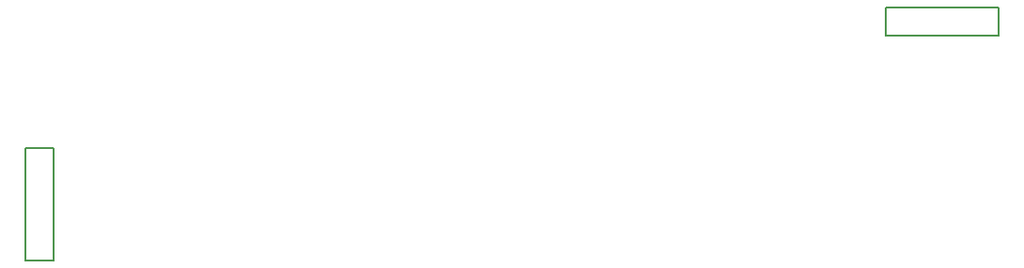
<source format=gbo>
G04*
G04 #@! TF.GenerationSoftware,Altium Limited,Altium Designer,22.1.2 (22)*
G04*
G04 Layer_Color=32896*
%FSLAX25Y25*%
%MOIN*%
G70*
G04*
G04 #@! TF.SameCoordinates,7B28BA5E-EB16-4CEF-8106-4BD257A4405A*
G04*
G04*
G04 #@! TF.FilePolarity,Positive*
G04*
G01*
G75*
%ADD10C,0.00787*%
D10*
X-350031Y-84686D02*
X-340031D01*
Y-44686D01*
X-350031Y-84686D02*
Y-44686D01*
X-340031D01*
X-45002Y-4647D02*
Y5353D01*
Y-4647D02*
X-5001D01*
X-45002Y5353D02*
X-5001D01*
Y-4647D02*
Y5353D01*
M02*

</source>
